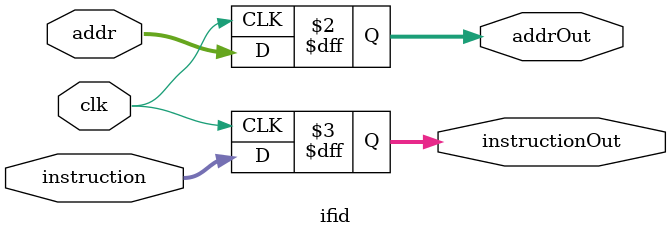
<source format=v>
`timescale 1ns / 1ps


module ifid(addr,clk,instruction, addrOut,instructionOut);

input [7:0]addr;
input clk;
input [31:0]instruction;

output reg [7:0]addrOut;
output reg [31:0]instructionOut;


always@(posedge clk)
begin

addrOut=addr;
instructionOut= instruction;

end
endmodule

</source>
